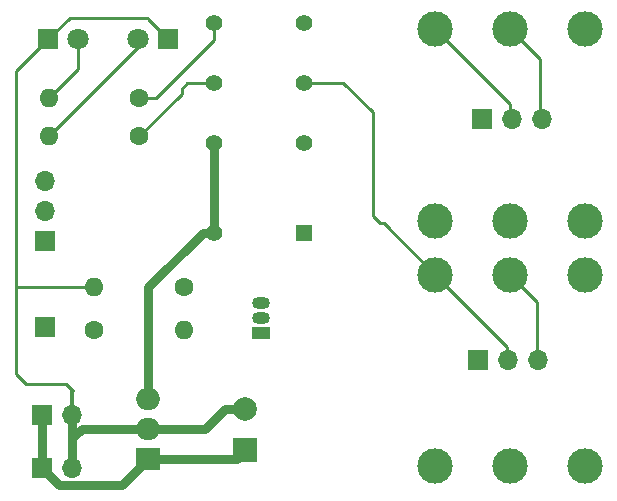
<source format=gbr>
%TF.GenerationSoftware,KiCad,Pcbnew,7.0.9*%
%TF.CreationDate,2024-06-24T14:49:53-04:00*%
%TF.ProjectId,IO,494f2e6b-6963-4616-945f-706362585858,rev?*%
%TF.SameCoordinates,Original*%
%TF.FileFunction,Copper,L2,Bot*%
%TF.FilePolarity,Positive*%
%FSLAX46Y46*%
G04 Gerber Fmt 4.6, Leading zero omitted, Abs format (unit mm)*
G04 Created by KiCad (PCBNEW 7.0.9) date 2024-06-24 14:49:53*
%MOMM*%
%LPD*%
G01*
G04 APERTURE LIST*
%TA.AperFunction,ComponentPad*%
%ADD10C,3.000000*%
%TD*%
%TA.AperFunction,ComponentPad*%
%ADD11O,1.600000X1.600000*%
%TD*%
%TA.AperFunction,ComponentPad*%
%ADD12C,1.600000*%
%TD*%
%TA.AperFunction,ComponentPad*%
%ADD13R,1.500000X1.050000*%
%TD*%
%TA.AperFunction,ComponentPad*%
%ADD14O,1.500000X1.050000*%
%TD*%
%TA.AperFunction,ComponentPad*%
%ADD15R,1.800000X1.800000*%
%TD*%
%TA.AperFunction,ComponentPad*%
%ADD16C,1.800000*%
%TD*%
%TA.AperFunction,ComponentPad*%
%ADD17R,1.700000X1.700000*%
%TD*%
%TA.AperFunction,ComponentPad*%
%ADD18O,1.700000X1.700000*%
%TD*%
%TA.AperFunction,ComponentPad*%
%ADD19R,1.400000X1.400000*%
%TD*%
%TA.AperFunction,ComponentPad*%
%ADD20C,1.400000*%
%TD*%
%TA.AperFunction,ComponentPad*%
%ADD21R,2.000000X2.000000*%
%TD*%
%TA.AperFunction,ComponentPad*%
%ADD22C,2.000000*%
%TD*%
%TA.AperFunction,ComponentPad*%
%ADD23R,2.000000X1.905000*%
%TD*%
%TA.AperFunction,ComponentPad*%
%ADD24O,2.000000X1.905000*%
%TD*%
%TA.AperFunction,Conductor*%
%ADD25C,0.750000*%
%TD*%
%TA.AperFunction,Conductor*%
%ADD26C,0.250000*%
%TD*%
%TA.AperFunction,Conductor*%
%ADD27C,0.300000*%
%TD*%
G04 APERTURE END LIST*
D10*
%TO.P,B1,R*%
%TO.N,Net-(Out3-Pin_3)*%
X175825000Y-80385000D03*
%TO.P,B1,RN*%
%TO.N,Net-(B1-PadRN)*%
X175825000Y-96615000D03*
%TO.P,B1,S*%
%TO.N,/Signal_Gnd*%
X182175000Y-80385000D03*
%TO.P,B1,SN*%
%TO.N,Net-(B1-PadRN)*%
X182175000Y-96615000D03*
%TO.P,B1,T*%
%TO.N,/B*%
X169475000Y-80385000D03*
%TO.P,B1,TN*%
%TO.N,Net-(B1-PadRN)*%
X169475000Y-96615000D03*
%TD*%
D11*
%TO.P,RPD1,2*%
%TO.N,/Ctrl_GND*%
X140590000Y-102200000D03*
D12*
%TO.P,RPD1,1*%
%TO.N,Net-(QL1-G)*%
X148210000Y-102200000D03*
%TD*%
D13*
%TO.P,QL1,1,S*%
%TO.N,/Ctrl_GND*%
X154760000Y-106070000D03*
D14*
%TO.P,QL1,2,G*%
%TO.N,Net-(QL1-G)*%
X154760000Y-104800000D03*
%TO.P,QL1,3,D*%
%TO.N,Net-(QL1-D)*%
X154760000Y-103530000D03*
%TD*%
D15*
%TO.P,LEDB1,1,K*%
%TO.N,/Ctrl_GND*%
X136725000Y-81200000D03*
D16*
%TO.P,LEDB1,2,A*%
%TO.N,Net-(LEDB1-A)*%
X139265000Y-81200000D03*
%TD*%
D17*
%TO.P,J3,1,Pin_1*%
%TO.N,/9V*%
X136200000Y-113000000D03*
D18*
%TO.P,J3,2,Pin_2*%
%TO.N,/Ctrl_GND*%
X138740000Y-113000000D03*
%TD*%
D12*
%TO.P,RLed2,1*%
%TO.N,Net-(Left/Mono1-Pad11)*%
X144410000Y-89400000D03*
D11*
%TO.P,RLed2,2*%
%TO.N,Net-(D2-A)*%
X136790000Y-89400000D03*
%TD*%
D10*
%TO.P,A1,R*%
%TO.N,Net-(Out2-Pin_3)*%
X175825000Y-101135000D03*
%TO.P,A1,RN*%
%TO.N,Net-(A1-PadRN)*%
X175825000Y-117365000D03*
%TO.P,A1,S*%
%TO.N,/Signal_Gnd*%
X182175000Y-101135000D03*
%TO.P,A1,SN*%
%TO.N,Net-(A1-PadRN)*%
X182175000Y-117365000D03*
%TO.P,A1,T*%
%TO.N,/A*%
X169475000Y-101135000D03*
%TO.P,A1,TN*%
%TO.N,Net-(A1-PadRN)*%
X169475000Y-117365000D03*
%TD*%
D12*
%TO.P,RLed1,1*%
%TO.N,Net-(Left/Mono1-Pad9)*%
X144410000Y-86200000D03*
D11*
%TO.P,RLed1,2*%
%TO.N,Net-(LEDB1-A)*%
X136790000Y-86200000D03*
%TD*%
D19*
%TO.P,Left/Mono1,1*%
%TO.N,Net-(QL1-D)*%
X158362500Y-97607500D03*
D20*
%TO.P,Left/Mono1,4*%
%TO.N,/L_out*%
X158362500Y-89987500D03*
%TO.P,Left/Mono1,6*%
%TO.N,/A*%
X158362500Y-84907500D03*
%TO.P,Left/Mono1,8*%
%TO.N,/B*%
X158362500Y-79827500D03*
%TO.P,Left/Mono1,9*%
%TO.N,Net-(Left/Mono1-Pad9)*%
X150742500Y-79827500D03*
%TO.P,Left/Mono1,11*%
%TO.N,Net-(Left/Mono1-Pad11)*%
X150742500Y-84907500D03*
%TO.P,Left/Mono1,13*%
%TO.N,/5V*%
X150742500Y-89987500D03*
%TO.P,Left/Mono1,16*%
X150742500Y-97607500D03*
%TD*%
D21*
%TO.P,C1,1*%
%TO.N,/9V*%
X153400000Y-116017677D03*
D22*
%TO.P,C1,2*%
%TO.N,/Ctrl_GND*%
X153400000Y-112517677D03*
%TD*%
D23*
%TO.P,U1,1,IN*%
%TO.N,/9V*%
X145145000Y-116740000D03*
D24*
%TO.P,U1,2,GND*%
%TO.N,/Ctrl_GND*%
X145145000Y-114200000D03*
%TO.P,U1,3,OUT*%
%TO.N,/5V*%
X145145000Y-111660000D03*
%TD*%
D17*
%TO.P,J1,1,Pin_1*%
%TO.N,/Control*%
X136400000Y-105600000D03*
%TD*%
D12*
%TO.P,RGate1,1*%
%TO.N,/Control*%
X140590000Y-105800000D03*
D11*
%TO.P,RGate1,2*%
%TO.N,Net-(QL1-G)*%
X148210000Y-105800000D03*
%TD*%
D15*
%TO.P,D2,1,K*%
%TO.N,/Ctrl_GND*%
X146875000Y-81200000D03*
D16*
%TO.P,D2,2,A*%
%TO.N,Net-(D2-A)*%
X144335000Y-81200000D03*
%TD*%
D17*
%TO.P,J2,1,Pin_1*%
%TO.N,/9V*%
X136200000Y-117500000D03*
D18*
%TO.P,J2,2,Pin_2*%
%TO.N,/Ctrl_GND*%
X138740000Y-117500000D03*
%TD*%
D17*
%TO.P,Out1,1,Pin_1*%
%TO.N,/Signal_Gnd*%
X136400000Y-98325000D03*
D18*
%TO.P,Out1,2,Pin_2*%
%TO.N,/L_out*%
X136400000Y-95785000D03*
%TO.P,Out1,3,Pin_3*%
X136400000Y-93245000D03*
%TD*%
D17*
%TO.P,Out3,1,Pin_1*%
%TO.N,/Signal_Gnd*%
X173400000Y-88000000D03*
D18*
%TO.P,Out3,2,Pin_2*%
%TO.N,/B*%
X175940000Y-88000000D03*
%TO.P,Out3,3,Pin_3*%
%TO.N,Net-(Out3-Pin_3)*%
X178480000Y-88000000D03*
%TD*%
D17*
%TO.P,Out2,1,Pin_1*%
%TO.N,/Signal_Gnd*%
X173060000Y-108400000D03*
D18*
%TO.P,Out2,2,Pin_2*%
%TO.N,/A*%
X175600000Y-108400000D03*
%TO.P,Out2,3,Pin_3*%
%TO.N,Net-(Out2-Pin_3)*%
X178140000Y-108400000D03*
%TD*%
D25*
%TO.N,/9V*%
X152677677Y-116740000D02*
X153400000Y-116017677D01*
X137625000Y-118925000D02*
X142960000Y-118925000D01*
X145145000Y-116740000D02*
X152677677Y-116740000D01*
X136200000Y-117500000D02*
X137625000Y-118925000D01*
X136200000Y-113000000D02*
X136200000Y-117500000D01*
X142960000Y-118925000D02*
X145145000Y-116740000D01*
D26*
%TO.N,/Ctrl_GND*%
X134800000Y-110400000D02*
X135800000Y-110400000D01*
X145200000Y-79525000D02*
X145200000Y-79400000D01*
X146875000Y-81200000D02*
X145200000Y-79525000D01*
X136725000Y-81200000D02*
X134000000Y-83925000D01*
X138200000Y-110400000D02*
X138800000Y-111000000D01*
D25*
X150000000Y-114200000D02*
X151682323Y-112517677D01*
D26*
X134000000Y-83925000D02*
X134000000Y-102200000D01*
X134000000Y-109600000D02*
X134800000Y-110400000D01*
X134000000Y-102200000D02*
X134000000Y-109600000D01*
D25*
X151682323Y-112517677D02*
X153400000Y-112517677D01*
D26*
X138525000Y-79400000D02*
X136725000Y-81200000D01*
D27*
X138740000Y-111060000D02*
X138800000Y-111000000D01*
D25*
X145145000Y-114200000D02*
X139540000Y-114200000D01*
X139540000Y-114200000D02*
X138740000Y-115000000D01*
D27*
X138740000Y-113000000D02*
X138740000Y-111060000D01*
D26*
X140590000Y-102200000D02*
X134000000Y-102200000D01*
D25*
X138740000Y-113000000D02*
X138740000Y-115000000D01*
D26*
X135800000Y-110400000D02*
X138200000Y-110400000D01*
X145200000Y-79400000D02*
X138525000Y-79400000D01*
D25*
X138740000Y-115000000D02*
X138740000Y-117500000D01*
X145145000Y-114200000D02*
X150000000Y-114200000D01*
D26*
%TO.N,/A*%
X158362500Y-84907500D02*
X161707500Y-84907500D01*
X169475000Y-101135000D02*
X175585000Y-107245000D01*
X164800000Y-96800000D02*
X165140000Y-96800000D01*
X164200000Y-87400000D02*
X164200000Y-96200000D01*
X164200000Y-96200000D02*
X164800000Y-96800000D01*
X161707500Y-84907500D02*
X164200000Y-87400000D01*
X165140000Y-96800000D02*
X169475000Y-101135000D01*
X175585000Y-107245000D02*
X175585000Y-109000000D01*
%TO.N,Net-(D2-A)*%
X136790000Y-89400000D02*
X144335000Y-81855000D01*
X144335000Y-81855000D02*
X144335000Y-81200000D01*
D25*
%TO.N,/5V*%
X149792500Y-97607500D02*
X150742500Y-97607500D01*
X145200000Y-102200000D02*
X149792500Y-97607500D01*
X145145000Y-111660000D02*
X145145000Y-103655000D01*
X145200000Y-103600000D02*
X145200000Y-102200000D01*
X150742500Y-97607500D02*
X150742500Y-89987500D01*
X145145000Y-103655000D02*
X145200000Y-103600000D01*
D26*
%TO.N,Net-(LEDB1-A)*%
X139265000Y-83725000D02*
X136790000Y-86200000D01*
X139265000Y-81200000D02*
X139265000Y-83725000D01*
%TO.N,Net-(Left/Mono1-Pad9)*%
X145800000Y-86200000D02*
X150742500Y-81257500D01*
X150742500Y-81257500D02*
X150742500Y-79827500D01*
X144410000Y-86200000D02*
X145800000Y-86200000D01*
%TO.N,Net-(Left/Mono1-Pad11)*%
X148000000Y-85810000D02*
X148000000Y-85400000D01*
X148000000Y-85400000D02*
X148492500Y-84907500D01*
X144410000Y-89400000D02*
X148000000Y-85810000D01*
X148492500Y-84907500D02*
X150742500Y-84907500D01*
%TO.N,/B*%
X175800000Y-86710000D02*
X175800000Y-88200000D01*
X169475000Y-80385000D02*
X175800000Y-86710000D01*
%TO.N,Net-(Out2-Pin_3)*%
X178125000Y-103435000D02*
X178125000Y-109000000D01*
X175825000Y-101135000D02*
X178125000Y-103435000D01*
%TO.N,Net-(Out3-Pin_3)*%
X175825000Y-80385000D02*
X178340000Y-82900000D01*
X178340000Y-82900000D02*
X178340000Y-88200000D01*
%TD*%
M02*

</source>
